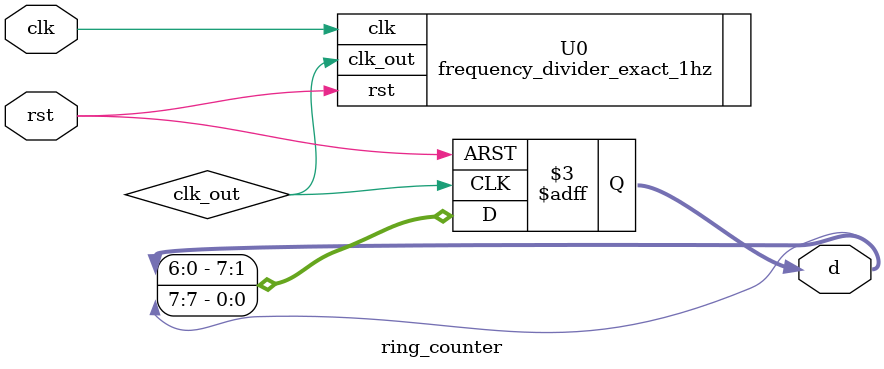
<source format=v>
`timescale 1ns / 1ps


module ring_counter(clk, rst, d);
    input clk, rst;  //rst is low active reset
    wire clk_out;
    output [7:0] d;
    reg [7:0] d;
    reg [7:0] led_ctrl;
    
    frequency_divider_exact_1hz U0 (.clk(clk), .rst(rst), .clk_out(clk_out));
    
    always @ (posedge clk_out or negedge rst) begin
        if(~rst) begin
            d <= 8'b01010101;
        end
        else begin
            d[0] <= d[7];
            d[1] <= d[0];
            d[2] <= d[1];
            d[3] <= d[2];
            d[4] <= d[3];
            d[5] <= d[4];
            d[6] <= d[5];
            d[7] <= d[6];
        end
    end
endmodule

</source>
